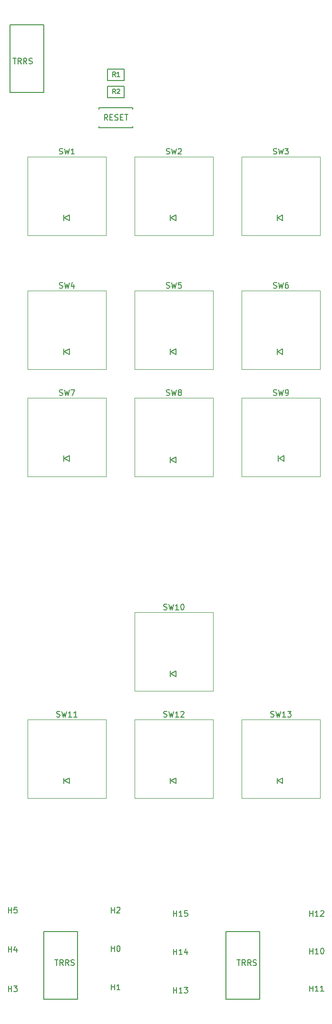
<source format=gto>
G04 #@! TF.GenerationSoftware,KiCad,Pcbnew,(5.1.8)-1*
G04 #@! TF.CreationDate,2021-12-18T13:29:49+09:00*
G04 #@! TF.ProjectId,keyboard-layouter-playground,6b657962-6f61-4726-942d-6c61796f7574,rev?*
G04 #@! TF.SameCoordinates,Original*
G04 #@! TF.FileFunction,Legend,Top*
G04 #@! TF.FilePolarity,Positive*
%FSLAX46Y46*%
G04 Gerber Fmt 4.6, Leading zero omitted, Abs format (unit mm)*
G04 Created by KiCad (PCBNEW (5.1.8)-1) date 2021-12-18 13:29:49*
%MOMM*%
%LPD*%
G01*
G04 APERTURE LIST*
%ADD10C,0.150000*%
%ADD11C,0.120000*%
G04 APERTURE END LIST*
D10*
X63833000Y-259322800D02*
X63833000Y-271322800D01*
X57833000Y-259322800D02*
X63833000Y-259322800D01*
X57833000Y-271322800D02*
X57833000Y-259322800D01*
X63833000Y-271322800D02*
X57833000Y-271322800D01*
X31397200Y-259297400D02*
X31397200Y-271297400D01*
X25397200Y-259297400D02*
X31397200Y-259297400D01*
X25397200Y-271297400D02*
X25397200Y-259297400D01*
X31397200Y-271297400D02*
X25397200Y-271297400D01*
D11*
X60638000Y-121599000D02*
X74608000Y-121599000D01*
X74608000Y-121599000D02*
X74608000Y-135569000D01*
X74608000Y-135569000D02*
X60638000Y-135569000D01*
X60638000Y-135569000D02*
X60638000Y-121599000D01*
D10*
X39753540Y-109108240D02*
X36751260Y-109108240D01*
X39753540Y-111109760D02*
X39753540Y-109108240D01*
X36751260Y-111109760D02*
X39753540Y-111109760D01*
X36751260Y-109108240D02*
X36751260Y-111109760D01*
X39753540Y-106085640D02*
X36751260Y-106085640D01*
X39753540Y-108087160D02*
X39753540Y-106085640D01*
X36751260Y-108087160D02*
X39753540Y-108087160D01*
X36751260Y-106085640D02*
X36751260Y-108087160D01*
X66938000Y-232004000D02*
X66938000Y-233004000D01*
X67938000Y-233004000D02*
X67038000Y-232504000D01*
X67938000Y-232004000D02*
X67938000Y-233004000D01*
X67038000Y-232504000D02*
X67938000Y-232004000D01*
X47938000Y-232004000D02*
X47938000Y-233004000D01*
X48938000Y-233004000D02*
X48038000Y-232504000D01*
X48938000Y-232004000D02*
X48938000Y-233004000D01*
X48038000Y-232504000D02*
X48938000Y-232004000D01*
X28938000Y-232004000D02*
X28938000Y-233004000D01*
X29938000Y-233004000D02*
X29038000Y-232504000D01*
X29938000Y-232004000D02*
X29938000Y-233004000D01*
X29038000Y-232504000D02*
X29938000Y-232004000D01*
X47938000Y-213004000D02*
X47938000Y-214004000D01*
X48938000Y-214004000D02*
X48038000Y-213504000D01*
X48938000Y-213004000D02*
X48938000Y-214004000D01*
X48038000Y-213504000D02*
X48938000Y-213004000D01*
X67188000Y-174754000D02*
X67188000Y-175754000D01*
X68188000Y-175754000D02*
X67288000Y-175254000D01*
X68188000Y-174754000D02*
X68188000Y-175754000D01*
X67288000Y-175254000D02*
X68188000Y-174754000D01*
X47938000Y-175004000D02*
X47938000Y-176004000D01*
X48938000Y-176004000D02*
X48038000Y-175504000D01*
X48938000Y-175004000D02*
X48938000Y-176004000D01*
X48038000Y-175504000D02*
X48938000Y-175004000D01*
X28938000Y-174754000D02*
X28938000Y-175754000D01*
X29938000Y-175754000D02*
X29038000Y-175254000D01*
X29938000Y-174754000D02*
X29938000Y-175754000D01*
X29038000Y-175254000D02*
X29938000Y-174754000D01*
X66938000Y-155754000D02*
X66938000Y-156754000D01*
X67938000Y-156754000D02*
X67038000Y-156254000D01*
X67938000Y-155754000D02*
X67938000Y-156754000D01*
X67038000Y-156254000D02*
X67938000Y-155754000D01*
X47938000Y-155754000D02*
X47938000Y-156754000D01*
X48938000Y-156754000D02*
X48038000Y-156254000D01*
X48938000Y-155754000D02*
X48938000Y-156754000D01*
X48038000Y-156254000D02*
X48938000Y-155754000D01*
X28938000Y-155754000D02*
X28938000Y-156754000D01*
X29938000Y-156754000D02*
X29038000Y-156254000D01*
X29938000Y-155754000D02*
X29938000Y-156754000D01*
X29038000Y-156254000D02*
X29938000Y-155754000D01*
X66938000Y-132004000D02*
X66938000Y-133004000D01*
X67938000Y-133004000D02*
X67038000Y-132504000D01*
X67938000Y-132004000D02*
X67938000Y-133004000D01*
X67038000Y-132504000D02*
X67938000Y-132004000D01*
X47938000Y-132004000D02*
X47938000Y-133004000D01*
X48938000Y-133004000D02*
X48038000Y-132504000D01*
X48938000Y-132004000D02*
X48938000Y-133004000D01*
X48038000Y-132504000D02*
X48938000Y-132004000D01*
X28938000Y-132004000D02*
X28938000Y-133004000D01*
X29938000Y-133004000D02*
X29038000Y-132504000D01*
X29938000Y-132004000D02*
X29938000Y-133004000D01*
X29038000Y-132504000D02*
X29938000Y-132004000D01*
X19427800Y-110209800D02*
X19427800Y-98209800D01*
X25427800Y-110209800D02*
X19427800Y-110209800D01*
X25427800Y-98209800D02*
X25427800Y-110209800D01*
X19427800Y-98209800D02*
X25427800Y-98209800D01*
X41227000Y-112931000D02*
X35227000Y-112931000D01*
X35227000Y-112931000D02*
X35227000Y-113181000D01*
X41227000Y-112931000D02*
X41227000Y-113181000D01*
X41227000Y-116431000D02*
X41227000Y-116181000D01*
X41227000Y-116431000D02*
X35227000Y-116431000D01*
X35227000Y-116431000D02*
X35227000Y-116181000D01*
D11*
X41588000Y-221611000D02*
X55558000Y-221611000D01*
X55558000Y-221611000D02*
X55558000Y-235581000D01*
X55558000Y-235581000D02*
X41588000Y-235581000D01*
X41588000Y-235581000D02*
X41588000Y-221611000D01*
X22538000Y-221611000D02*
X36508000Y-221611000D01*
X36508000Y-221611000D02*
X36508000Y-235581000D01*
X36508000Y-235581000D02*
X22538000Y-235581000D01*
X22538000Y-235581000D02*
X22538000Y-221611000D01*
X41588000Y-202561000D02*
X55558000Y-202561000D01*
X55558000Y-202561000D02*
X55558000Y-216531000D01*
X55558000Y-216531000D02*
X41588000Y-216531000D01*
X41588000Y-216531000D02*
X41588000Y-202561000D01*
X60638000Y-221611000D02*
X74608000Y-221611000D01*
X74608000Y-221611000D02*
X74608000Y-235581000D01*
X74608000Y-235581000D02*
X60638000Y-235581000D01*
X60638000Y-235581000D02*
X60638000Y-221611000D01*
X60638000Y-164461000D02*
X74608000Y-164461000D01*
X74608000Y-164461000D02*
X74608000Y-178431000D01*
X74608000Y-178431000D02*
X60638000Y-178431000D01*
X60638000Y-178431000D02*
X60638000Y-164461000D01*
X41588000Y-164461000D02*
X55558000Y-164461000D01*
X55558000Y-164461000D02*
X55558000Y-178431000D01*
X55558000Y-178431000D02*
X41588000Y-178431000D01*
X41588000Y-178431000D02*
X41588000Y-164461000D01*
X22538000Y-145411000D02*
X36508000Y-145411000D01*
X36508000Y-145411000D02*
X36508000Y-159381000D01*
X36508000Y-159381000D02*
X22538000Y-159381000D01*
X22538000Y-159381000D02*
X22538000Y-145411000D01*
X60638000Y-145411000D02*
X74608000Y-145411000D01*
X74608000Y-145411000D02*
X74608000Y-159381000D01*
X74608000Y-159381000D02*
X60638000Y-159381000D01*
X60638000Y-159381000D02*
X60638000Y-145411000D01*
X41588000Y-145411000D02*
X55558000Y-145411000D01*
X55558000Y-145411000D02*
X55558000Y-159381000D01*
X55558000Y-159381000D02*
X41588000Y-159381000D01*
X41588000Y-159381000D02*
X41588000Y-145411000D01*
X41588000Y-121599000D02*
X55558000Y-121599000D01*
X55558000Y-121599000D02*
X55558000Y-135569000D01*
X55558000Y-135569000D02*
X41588000Y-135569000D01*
X41588000Y-135569000D02*
X41588000Y-121599000D01*
X22538000Y-121599000D02*
X36508000Y-121599000D01*
X36508000Y-121599000D02*
X36508000Y-135569000D01*
X36508000Y-135569000D02*
X22538000Y-135569000D01*
X22538000Y-135569000D02*
X22538000Y-121599000D01*
X22538000Y-164461000D02*
X36508000Y-164461000D01*
X36508000Y-164461000D02*
X36508000Y-178431000D01*
X36508000Y-178431000D02*
X22538000Y-178431000D01*
X22538000Y-178431000D02*
X22538000Y-164461000D01*
D10*
X59821095Y-264325180D02*
X60392523Y-264325180D01*
X60106809Y-265325180D02*
X60106809Y-264325180D01*
X61297285Y-265325180D02*
X60963952Y-264848990D01*
X60725857Y-265325180D02*
X60725857Y-264325180D01*
X61106809Y-264325180D01*
X61202047Y-264372800D01*
X61249666Y-264420419D01*
X61297285Y-264515657D01*
X61297285Y-264658514D01*
X61249666Y-264753752D01*
X61202047Y-264801371D01*
X61106809Y-264848990D01*
X60725857Y-264848990D01*
X62297285Y-265325180D02*
X61963952Y-264848990D01*
X61725857Y-265325180D02*
X61725857Y-264325180D01*
X62106809Y-264325180D01*
X62202047Y-264372800D01*
X62249666Y-264420419D01*
X62297285Y-264515657D01*
X62297285Y-264658514D01*
X62249666Y-264753752D01*
X62202047Y-264801371D01*
X62106809Y-264848990D01*
X61725857Y-264848990D01*
X62678238Y-265277561D02*
X62821095Y-265325180D01*
X63059190Y-265325180D01*
X63154428Y-265277561D01*
X63202047Y-265229942D01*
X63249666Y-265134704D01*
X63249666Y-265039466D01*
X63202047Y-264944228D01*
X63154428Y-264896609D01*
X63059190Y-264848990D01*
X62868714Y-264801371D01*
X62773476Y-264753752D01*
X62725857Y-264706133D01*
X62678238Y-264610895D01*
X62678238Y-264515657D01*
X62725857Y-264420419D01*
X62773476Y-264372800D01*
X62868714Y-264325180D01*
X63106809Y-264325180D01*
X63249666Y-264372800D01*
X48495104Y-256590380D02*
X48495104Y-255590380D01*
X48495104Y-256066571D02*
X49066533Y-256066571D01*
X49066533Y-256590380D02*
X49066533Y-255590380D01*
X50066533Y-256590380D02*
X49495104Y-256590380D01*
X49780819Y-256590380D02*
X49780819Y-255590380D01*
X49685580Y-255733238D01*
X49590342Y-255828476D01*
X49495104Y-255876095D01*
X50971295Y-255590380D02*
X50495104Y-255590380D01*
X50447485Y-256066571D01*
X50495104Y-256018952D01*
X50590342Y-255971333D01*
X50828438Y-255971333D01*
X50923676Y-256018952D01*
X50971295Y-256066571D01*
X51018914Y-256161809D01*
X51018914Y-256399904D01*
X50971295Y-256495142D01*
X50923676Y-256542761D01*
X50828438Y-256590380D01*
X50590342Y-256590380D01*
X50495104Y-256542761D01*
X50447485Y-256495142D01*
X48495104Y-263395380D02*
X48495104Y-262395380D01*
X48495104Y-262871571D02*
X49066533Y-262871571D01*
X49066533Y-263395380D02*
X49066533Y-262395380D01*
X50066533Y-263395380D02*
X49495104Y-263395380D01*
X49780819Y-263395380D02*
X49780819Y-262395380D01*
X49685580Y-262538238D01*
X49590342Y-262633476D01*
X49495104Y-262681095D01*
X50923676Y-262728714D02*
X50923676Y-263395380D01*
X50685580Y-262347761D02*
X50447485Y-263062047D01*
X51066533Y-263062047D01*
X48495104Y-270200381D02*
X48495104Y-269200381D01*
X48495104Y-269676572D02*
X49066533Y-269676572D01*
X49066533Y-270200381D02*
X49066533Y-269200381D01*
X50066533Y-270200381D02*
X49495104Y-270200381D01*
X49780819Y-270200381D02*
X49780819Y-269200381D01*
X49685580Y-269343239D01*
X49590342Y-269438477D01*
X49495104Y-269486096D01*
X50399866Y-269200381D02*
X51018914Y-269200381D01*
X50685580Y-269581334D01*
X50828438Y-269581334D01*
X50923676Y-269628953D01*
X50971295Y-269676572D01*
X51018914Y-269771810D01*
X51018914Y-270009905D01*
X50971295Y-270105143D01*
X50923676Y-270152762D01*
X50828438Y-270200381D01*
X50542723Y-270200381D01*
X50447485Y-270152762D01*
X50399866Y-270105143D01*
X72726704Y-256590380D02*
X72726704Y-255590380D01*
X72726704Y-256066571D02*
X73298133Y-256066571D01*
X73298133Y-256590380D02*
X73298133Y-255590380D01*
X74298133Y-256590380D02*
X73726704Y-256590380D01*
X74012419Y-256590380D02*
X74012419Y-255590380D01*
X73917180Y-255733238D01*
X73821942Y-255828476D01*
X73726704Y-255876095D01*
X74679085Y-255685619D02*
X74726704Y-255638000D01*
X74821942Y-255590380D01*
X75060038Y-255590380D01*
X75155276Y-255638000D01*
X75202895Y-255685619D01*
X75250514Y-255780857D01*
X75250514Y-255876095D01*
X75202895Y-256018952D01*
X74631466Y-256590380D01*
X75250514Y-256590380D01*
X72726704Y-269925380D02*
X72726704Y-268925380D01*
X72726704Y-269401571D02*
X73298133Y-269401571D01*
X73298133Y-269925380D02*
X73298133Y-268925380D01*
X74298133Y-269925380D02*
X73726704Y-269925380D01*
X74012419Y-269925380D02*
X74012419Y-268925380D01*
X73917180Y-269068238D01*
X73821942Y-269163476D01*
X73726704Y-269211095D01*
X75250514Y-269925380D02*
X74679085Y-269925380D01*
X74964800Y-269925380D02*
X74964800Y-268925380D01*
X74869561Y-269068238D01*
X74774323Y-269163476D01*
X74679085Y-269211095D01*
X72726704Y-263257880D02*
X72726704Y-262257880D01*
X72726704Y-262734071D02*
X73298133Y-262734071D01*
X73298133Y-263257880D02*
X73298133Y-262257880D01*
X74298133Y-263257880D02*
X73726704Y-263257880D01*
X74012419Y-263257880D02*
X74012419Y-262257880D01*
X73917180Y-262400738D01*
X73821942Y-262495976D01*
X73726704Y-262543595D01*
X74917180Y-262257880D02*
X75012419Y-262257880D01*
X75107657Y-262305500D01*
X75155276Y-262353119D01*
X75202895Y-262448357D01*
X75250514Y-262638833D01*
X75250514Y-262876928D01*
X75202895Y-263067404D01*
X75155276Y-263162642D01*
X75107657Y-263210261D01*
X75012419Y-263257880D01*
X74917180Y-263257880D01*
X74821942Y-263210261D01*
X74774323Y-263162642D01*
X74726704Y-263067404D01*
X74679085Y-262876928D01*
X74679085Y-262638833D01*
X74726704Y-262448357D01*
X74774323Y-262353119D01*
X74821942Y-262305500D01*
X74917180Y-262257880D01*
X27385295Y-264299780D02*
X27956723Y-264299780D01*
X27671009Y-265299780D02*
X27671009Y-264299780D01*
X28861485Y-265299780D02*
X28528152Y-264823590D01*
X28290057Y-265299780D02*
X28290057Y-264299780D01*
X28671009Y-264299780D01*
X28766247Y-264347400D01*
X28813866Y-264395019D01*
X28861485Y-264490257D01*
X28861485Y-264633114D01*
X28813866Y-264728352D01*
X28766247Y-264775971D01*
X28671009Y-264823590D01*
X28290057Y-264823590D01*
X29861485Y-265299780D02*
X29528152Y-264823590D01*
X29290057Y-265299780D02*
X29290057Y-264299780D01*
X29671009Y-264299780D01*
X29766247Y-264347400D01*
X29813866Y-264395019D01*
X29861485Y-264490257D01*
X29861485Y-264633114D01*
X29813866Y-264728352D01*
X29766247Y-264775971D01*
X29671009Y-264823590D01*
X29290057Y-264823590D01*
X30242438Y-265252161D02*
X30385295Y-265299780D01*
X30623390Y-265299780D01*
X30718628Y-265252161D01*
X30766247Y-265204542D01*
X30813866Y-265109304D01*
X30813866Y-265014066D01*
X30766247Y-264918828D01*
X30718628Y-264871209D01*
X30623390Y-264823590D01*
X30432914Y-264775971D01*
X30337676Y-264728352D01*
X30290057Y-264680733D01*
X30242438Y-264585495D01*
X30242438Y-264490257D01*
X30290057Y-264395019D01*
X30337676Y-264347400D01*
X30432914Y-264299780D01*
X30671009Y-264299780D01*
X30813866Y-264347400D01*
X19100895Y-255980780D02*
X19100895Y-254980780D01*
X19100895Y-255456971D02*
X19672323Y-255456971D01*
X19672323Y-255980780D02*
X19672323Y-254980780D01*
X20624704Y-254980780D02*
X20148514Y-254980780D01*
X20100895Y-255456971D01*
X20148514Y-255409352D01*
X20243752Y-255361733D01*
X20481847Y-255361733D01*
X20577085Y-255409352D01*
X20624704Y-255456971D01*
X20672323Y-255552209D01*
X20672323Y-255790304D01*
X20624704Y-255885542D01*
X20577085Y-255933161D01*
X20481847Y-255980780D01*
X20243752Y-255980780D01*
X20148514Y-255933161D01*
X20100895Y-255885542D01*
X19100895Y-262965780D02*
X19100895Y-261965780D01*
X19100895Y-262441971D02*
X19672323Y-262441971D01*
X19672323Y-262965780D02*
X19672323Y-261965780D01*
X20577085Y-262299114D02*
X20577085Y-262965780D01*
X20338990Y-261918161D02*
X20100895Y-262632447D01*
X20719942Y-262632447D01*
X19100895Y-269950780D02*
X19100895Y-268950780D01*
X19100895Y-269426971D02*
X19672323Y-269426971D01*
X19672323Y-269950780D02*
X19672323Y-268950780D01*
X20053276Y-268950780D02*
X20672323Y-268950780D01*
X20338990Y-269331733D01*
X20481847Y-269331733D01*
X20577085Y-269379352D01*
X20624704Y-269426971D01*
X20672323Y-269522209D01*
X20672323Y-269760304D01*
X20624704Y-269855542D01*
X20577085Y-269903161D01*
X20481847Y-269950780D01*
X20196133Y-269950780D01*
X20100895Y-269903161D01*
X20053276Y-269855542D01*
X37414295Y-255980780D02*
X37414295Y-254980780D01*
X37414295Y-255456971D02*
X37985723Y-255456971D01*
X37985723Y-255980780D02*
X37985723Y-254980780D01*
X38414295Y-255076019D02*
X38461914Y-255028400D01*
X38557152Y-254980780D01*
X38795247Y-254980780D01*
X38890485Y-255028400D01*
X38938104Y-255076019D01*
X38985723Y-255171257D01*
X38985723Y-255266495D01*
X38938104Y-255409352D01*
X38366676Y-255980780D01*
X38985723Y-255980780D01*
X37414295Y-269675779D02*
X37414295Y-268675779D01*
X37414295Y-269151970D02*
X37985723Y-269151970D01*
X37985723Y-269675779D02*
X37985723Y-268675779D01*
X38985723Y-269675779D02*
X38414295Y-269675779D01*
X38700009Y-269675779D02*
X38700009Y-268675779D01*
X38604771Y-268818637D01*
X38509533Y-268913875D01*
X38414295Y-268961494D01*
X37414295Y-262828280D02*
X37414295Y-261828280D01*
X37414295Y-262304471D02*
X37985723Y-262304471D01*
X37985723Y-262828280D02*
X37985723Y-261828280D01*
X38652390Y-261828280D02*
X38747628Y-261828280D01*
X38842866Y-261875900D01*
X38890485Y-261923519D01*
X38938104Y-262018757D01*
X38985723Y-262209233D01*
X38985723Y-262447328D01*
X38938104Y-262637804D01*
X38890485Y-262733042D01*
X38842866Y-262780661D01*
X38747628Y-262828280D01*
X38652390Y-262828280D01*
X38557152Y-262780661D01*
X38509533Y-262733042D01*
X38461914Y-262637804D01*
X38414295Y-262447328D01*
X38414295Y-262209233D01*
X38461914Y-262018757D01*
X38509533Y-261923519D01*
X38557152Y-261875900D01*
X38652390Y-261828280D01*
X66289666Y-121114761D02*
X66432523Y-121162380D01*
X66670619Y-121162380D01*
X66765857Y-121114761D01*
X66813476Y-121067142D01*
X66861095Y-120971904D01*
X66861095Y-120876666D01*
X66813476Y-120781428D01*
X66765857Y-120733809D01*
X66670619Y-120686190D01*
X66480142Y-120638571D01*
X66384904Y-120590952D01*
X66337285Y-120543333D01*
X66289666Y-120448095D01*
X66289666Y-120352857D01*
X66337285Y-120257619D01*
X66384904Y-120210000D01*
X66480142Y-120162380D01*
X66718238Y-120162380D01*
X66861095Y-120210000D01*
X67194428Y-120162380D02*
X67432523Y-121162380D01*
X67623000Y-120448095D01*
X67813476Y-121162380D01*
X68051571Y-120162380D01*
X68337285Y-120162380D02*
X68956333Y-120162380D01*
X68623000Y-120543333D01*
X68765857Y-120543333D01*
X68861095Y-120590952D01*
X68908714Y-120638571D01*
X68956333Y-120733809D01*
X68956333Y-120971904D01*
X68908714Y-121067142D01*
X68861095Y-121114761D01*
X68765857Y-121162380D01*
X68480142Y-121162380D01*
X68384904Y-121114761D01*
X68337285Y-121067142D01*
X38166933Y-110396695D02*
X37896000Y-110009647D01*
X37702476Y-110396695D02*
X37702476Y-109583895D01*
X38012114Y-109583895D01*
X38089523Y-109622600D01*
X38128228Y-109661304D01*
X38166933Y-109738714D01*
X38166933Y-109854828D01*
X38128228Y-109932238D01*
X38089523Y-109970942D01*
X38012114Y-110009647D01*
X37702476Y-110009647D01*
X38476571Y-109661304D02*
X38515276Y-109622600D01*
X38592685Y-109583895D01*
X38786209Y-109583895D01*
X38863619Y-109622600D01*
X38902323Y-109661304D01*
X38941028Y-109738714D01*
X38941028Y-109816123D01*
X38902323Y-109932238D01*
X38437866Y-110396695D01*
X38941028Y-110396695D01*
X38166933Y-107374095D02*
X37896000Y-106987047D01*
X37702476Y-107374095D02*
X37702476Y-106561295D01*
X38012114Y-106561295D01*
X38089523Y-106600000D01*
X38128228Y-106638704D01*
X38166933Y-106716114D01*
X38166933Y-106832228D01*
X38128228Y-106909638D01*
X38089523Y-106948342D01*
X38012114Y-106987047D01*
X37702476Y-106987047D01*
X38941028Y-107374095D02*
X38476571Y-107374095D01*
X38708800Y-107374095D02*
X38708800Y-106561295D01*
X38631390Y-106677409D01*
X38553980Y-106754819D01*
X38476571Y-106793523D01*
X19915895Y-104112180D02*
X20487323Y-104112180D01*
X20201609Y-105112180D02*
X20201609Y-104112180D01*
X21392085Y-105112180D02*
X21058752Y-104635990D01*
X20820657Y-105112180D02*
X20820657Y-104112180D01*
X21201609Y-104112180D01*
X21296847Y-104159800D01*
X21344466Y-104207419D01*
X21392085Y-104302657D01*
X21392085Y-104445514D01*
X21344466Y-104540752D01*
X21296847Y-104588371D01*
X21201609Y-104635990D01*
X20820657Y-104635990D01*
X22392085Y-105112180D02*
X22058752Y-104635990D01*
X21820657Y-105112180D02*
X21820657Y-104112180D01*
X22201609Y-104112180D01*
X22296847Y-104159800D01*
X22344466Y-104207419D01*
X22392085Y-104302657D01*
X22392085Y-104445514D01*
X22344466Y-104540752D01*
X22296847Y-104588371D01*
X22201609Y-104635990D01*
X21820657Y-104635990D01*
X22773038Y-105064561D02*
X22915895Y-105112180D01*
X23153990Y-105112180D01*
X23249228Y-105064561D01*
X23296847Y-105016942D01*
X23344466Y-104921704D01*
X23344466Y-104826466D01*
X23296847Y-104731228D01*
X23249228Y-104683609D01*
X23153990Y-104635990D01*
X22963514Y-104588371D01*
X22868276Y-104540752D01*
X22820657Y-104493133D01*
X22773038Y-104397895D01*
X22773038Y-104302657D01*
X22820657Y-104207419D01*
X22868276Y-104159800D01*
X22963514Y-104112180D01*
X23201609Y-104112180D01*
X23344466Y-104159800D01*
X36774619Y-115133380D02*
X36441285Y-114657190D01*
X36203190Y-115133380D02*
X36203190Y-114133380D01*
X36584142Y-114133380D01*
X36679380Y-114181000D01*
X36727000Y-114228619D01*
X36774619Y-114323857D01*
X36774619Y-114466714D01*
X36727000Y-114561952D01*
X36679380Y-114609571D01*
X36584142Y-114657190D01*
X36203190Y-114657190D01*
X37203190Y-114609571D02*
X37536523Y-114609571D01*
X37679380Y-115133380D02*
X37203190Y-115133380D01*
X37203190Y-114133380D01*
X37679380Y-114133380D01*
X38060333Y-115085761D02*
X38203190Y-115133380D01*
X38441285Y-115133380D01*
X38536523Y-115085761D01*
X38584142Y-115038142D01*
X38631761Y-114942904D01*
X38631761Y-114847666D01*
X38584142Y-114752428D01*
X38536523Y-114704809D01*
X38441285Y-114657190D01*
X38250809Y-114609571D01*
X38155571Y-114561952D01*
X38107952Y-114514333D01*
X38060333Y-114419095D01*
X38060333Y-114323857D01*
X38107952Y-114228619D01*
X38155571Y-114181000D01*
X38250809Y-114133380D01*
X38488904Y-114133380D01*
X38631761Y-114181000D01*
X39060333Y-114609571D02*
X39393666Y-114609571D01*
X39536523Y-115133380D02*
X39060333Y-115133380D01*
X39060333Y-114133380D01*
X39536523Y-114133380D01*
X39822238Y-114133380D02*
X40393666Y-114133380D01*
X40107952Y-115133380D02*
X40107952Y-114133380D01*
X46763476Y-221126761D02*
X46906333Y-221174380D01*
X47144428Y-221174380D01*
X47239666Y-221126761D01*
X47287285Y-221079142D01*
X47334904Y-220983904D01*
X47334904Y-220888666D01*
X47287285Y-220793428D01*
X47239666Y-220745809D01*
X47144428Y-220698190D01*
X46953952Y-220650571D01*
X46858714Y-220602952D01*
X46811095Y-220555333D01*
X46763476Y-220460095D01*
X46763476Y-220364857D01*
X46811095Y-220269619D01*
X46858714Y-220222000D01*
X46953952Y-220174380D01*
X47192047Y-220174380D01*
X47334904Y-220222000D01*
X47668238Y-220174380D02*
X47906333Y-221174380D01*
X48096809Y-220460095D01*
X48287285Y-221174380D01*
X48525380Y-220174380D01*
X49430142Y-221174380D02*
X48858714Y-221174380D01*
X49144428Y-221174380D02*
X49144428Y-220174380D01*
X49049190Y-220317238D01*
X48953952Y-220412476D01*
X48858714Y-220460095D01*
X49811095Y-220269619D02*
X49858714Y-220222000D01*
X49953952Y-220174380D01*
X50192047Y-220174380D01*
X50287285Y-220222000D01*
X50334904Y-220269619D01*
X50382523Y-220364857D01*
X50382523Y-220460095D01*
X50334904Y-220602952D01*
X49763476Y-221174380D01*
X50382523Y-221174380D01*
X27713476Y-221126761D02*
X27856333Y-221174380D01*
X28094428Y-221174380D01*
X28189666Y-221126761D01*
X28237285Y-221079142D01*
X28284904Y-220983904D01*
X28284904Y-220888666D01*
X28237285Y-220793428D01*
X28189666Y-220745809D01*
X28094428Y-220698190D01*
X27903952Y-220650571D01*
X27808714Y-220602952D01*
X27761095Y-220555333D01*
X27713476Y-220460095D01*
X27713476Y-220364857D01*
X27761095Y-220269619D01*
X27808714Y-220222000D01*
X27903952Y-220174380D01*
X28142047Y-220174380D01*
X28284904Y-220222000D01*
X28618238Y-220174380D02*
X28856333Y-221174380D01*
X29046809Y-220460095D01*
X29237285Y-221174380D01*
X29475380Y-220174380D01*
X30380142Y-221174380D02*
X29808714Y-221174380D01*
X30094428Y-221174380D02*
X30094428Y-220174380D01*
X29999190Y-220317238D01*
X29903952Y-220412476D01*
X29808714Y-220460095D01*
X31332523Y-221174380D02*
X30761095Y-221174380D01*
X31046809Y-221174380D02*
X31046809Y-220174380D01*
X30951571Y-220317238D01*
X30856333Y-220412476D01*
X30761095Y-220460095D01*
X46763476Y-202076761D02*
X46906333Y-202124380D01*
X47144428Y-202124380D01*
X47239666Y-202076761D01*
X47287285Y-202029142D01*
X47334904Y-201933904D01*
X47334904Y-201838666D01*
X47287285Y-201743428D01*
X47239666Y-201695809D01*
X47144428Y-201648190D01*
X46953952Y-201600571D01*
X46858714Y-201552952D01*
X46811095Y-201505333D01*
X46763476Y-201410095D01*
X46763476Y-201314857D01*
X46811095Y-201219619D01*
X46858714Y-201172000D01*
X46953952Y-201124380D01*
X47192047Y-201124380D01*
X47334904Y-201172000D01*
X47668238Y-201124380D02*
X47906333Y-202124380D01*
X48096809Y-201410095D01*
X48287285Y-202124380D01*
X48525380Y-201124380D01*
X49430142Y-202124380D02*
X48858714Y-202124380D01*
X49144428Y-202124380D02*
X49144428Y-201124380D01*
X49049190Y-201267238D01*
X48953952Y-201362476D01*
X48858714Y-201410095D01*
X50049190Y-201124380D02*
X50144428Y-201124380D01*
X50239666Y-201172000D01*
X50287285Y-201219619D01*
X50334904Y-201314857D01*
X50382523Y-201505333D01*
X50382523Y-201743428D01*
X50334904Y-201933904D01*
X50287285Y-202029142D01*
X50239666Y-202076761D01*
X50144428Y-202124380D01*
X50049190Y-202124380D01*
X49953952Y-202076761D01*
X49906333Y-202029142D01*
X49858714Y-201933904D01*
X49811095Y-201743428D01*
X49811095Y-201505333D01*
X49858714Y-201314857D01*
X49906333Y-201219619D01*
X49953952Y-201172000D01*
X50049190Y-201124380D01*
X65813476Y-221126761D02*
X65956333Y-221174380D01*
X66194428Y-221174380D01*
X66289666Y-221126761D01*
X66337285Y-221079142D01*
X66384904Y-220983904D01*
X66384904Y-220888666D01*
X66337285Y-220793428D01*
X66289666Y-220745809D01*
X66194428Y-220698190D01*
X66003952Y-220650571D01*
X65908714Y-220602952D01*
X65861095Y-220555333D01*
X65813476Y-220460095D01*
X65813476Y-220364857D01*
X65861095Y-220269619D01*
X65908714Y-220222000D01*
X66003952Y-220174380D01*
X66242047Y-220174380D01*
X66384904Y-220222000D01*
X66718238Y-220174380D02*
X66956333Y-221174380D01*
X67146809Y-220460095D01*
X67337285Y-221174380D01*
X67575380Y-220174380D01*
X68480142Y-221174380D02*
X67908714Y-221174380D01*
X68194428Y-221174380D02*
X68194428Y-220174380D01*
X68099190Y-220317238D01*
X68003952Y-220412476D01*
X67908714Y-220460095D01*
X68813476Y-220174380D02*
X69432523Y-220174380D01*
X69099190Y-220555333D01*
X69242047Y-220555333D01*
X69337285Y-220602952D01*
X69384904Y-220650571D01*
X69432523Y-220745809D01*
X69432523Y-220983904D01*
X69384904Y-221079142D01*
X69337285Y-221126761D01*
X69242047Y-221174380D01*
X68956333Y-221174380D01*
X68861095Y-221126761D01*
X68813476Y-221079142D01*
X66289666Y-163976761D02*
X66432523Y-164024380D01*
X66670619Y-164024380D01*
X66765857Y-163976761D01*
X66813476Y-163929142D01*
X66861095Y-163833904D01*
X66861095Y-163738666D01*
X66813476Y-163643428D01*
X66765857Y-163595809D01*
X66670619Y-163548190D01*
X66480142Y-163500571D01*
X66384904Y-163452952D01*
X66337285Y-163405333D01*
X66289666Y-163310095D01*
X66289666Y-163214857D01*
X66337285Y-163119619D01*
X66384904Y-163072000D01*
X66480142Y-163024380D01*
X66718238Y-163024380D01*
X66861095Y-163072000D01*
X67194428Y-163024380D02*
X67432523Y-164024380D01*
X67623000Y-163310095D01*
X67813476Y-164024380D01*
X68051571Y-163024380D01*
X68480142Y-164024380D02*
X68670619Y-164024380D01*
X68765857Y-163976761D01*
X68813476Y-163929142D01*
X68908714Y-163786285D01*
X68956333Y-163595809D01*
X68956333Y-163214857D01*
X68908714Y-163119619D01*
X68861095Y-163072000D01*
X68765857Y-163024380D01*
X68575380Y-163024380D01*
X68480142Y-163072000D01*
X68432523Y-163119619D01*
X68384904Y-163214857D01*
X68384904Y-163452952D01*
X68432523Y-163548190D01*
X68480142Y-163595809D01*
X68575380Y-163643428D01*
X68765857Y-163643428D01*
X68861095Y-163595809D01*
X68908714Y-163548190D01*
X68956333Y-163452952D01*
X47239666Y-163976761D02*
X47382523Y-164024380D01*
X47620619Y-164024380D01*
X47715857Y-163976761D01*
X47763476Y-163929142D01*
X47811095Y-163833904D01*
X47811095Y-163738666D01*
X47763476Y-163643428D01*
X47715857Y-163595809D01*
X47620619Y-163548190D01*
X47430142Y-163500571D01*
X47334904Y-163452952D01*
X47287285Y-163405333D01*
X47239666Y-163310095D01*
X47239666Y-163214857D01*
X47287285Y-163119619D01*
X47334904Y-163072000D01*
X47430142Y-163024380D01*
X47668238Y-163024380D01*
X47811095Y-163072000D01*
X48144428Y-163024380D02*
X48382523Y-164024380D01*
X48573000Y-163310095D01*
X48763476Y-164024380D01*
X49001571Y-163024380D01*
X49525380Y-163452952D02*
X49430142Y-163405333D01*
X49382523Y-163357714D01*
X49334904Y-163262476D01*
X49334904Y-163214857D01*
X49382523Y-163119619D01*
X49430142Y-163072000D01*
X49525380Y-163024380D01*
X49715857Y-163024380D01*
X49811095Y-163072000D01*
X49858714Y-163119619D01*
X49906333Y-163214857D01*
X49906333Y-163262476D01*
X49858714Y-163357714D01*
X49811095Y-163405333D01*
X49715857Y-163452952D01*
X49525380Y-163452952D01*
X49430142Y-163500571D01*
X49382523Y-163548190D01*
X49334904Y-163643428D01*
X49334904Y-163833904D01*
X49382523Y-163929142D01*
X49430142Y-163976761D01*
X49525380Y-164024380D01*
X49715857Y-164024380D01*
X49811095Y-163976761D01*
X49858714Y-163929142D01*
X49906333Y-163833904D01*
X49906333Y-163643428D01*
X49858714Y-163548190D01*
X49811095Y-163500571D01*
X49715857Y-163452952D01*
X28189666Y-144926761D02*
X28332523Y-144974380D01*
X28570619Y-144974380D01*
X28665857Y-144926761D01*
X28713476Y-144879142D01*
X28761095Y-144783904D01*
X28761095Y-144688666D01*
X28713476Y-144593428D01*
X28665857Y-144545809D01*
X28570619Y-144498190D01*
X28380142Y-144450571D01*
X28284904Y-144402952D01*
X28237285Y-144355333D01*
X28189666Y-144260095D01*
X28189666Y-144164857D01*
X28237285Y-144069619D01*
X28284904Y-144022000D01*
X28380142Y-143974380D01*
X28618238Y-143974380D01*
X28761095Y-144022000D01*
X29094428Y-143974380D02*
X29332523Y-144974380D01*
X29523000Y-144260095D01*
X29713476Y-144974380D01*
X29951571Y-143974380D01*
X30761095Y-144307714D02*
X30761095Y-144974380D01*
X30523000Y-143926761D02*
X30284904Y-144641047D01*
X30903952Y-144641047D01*
X66289666Y-144926761D02*
X66432523Y-144974380D01*
X66670619Y-144974380D01*
X66765857Y-144926761D01*
X66813476Y-144879142D01*
X66861095Y-144783904D01*
X66861095Y-144688666D01*
X66813476Y-144593428D01*
X66765857Y-144545809D01*
X66670619Y-144498190D01*
X66480142Y-144450571D01*
X66384904Y-144402952D01*
X66337285Y-144355333D01*
X66289666Y-144260095D01*
X66289666Y-144164857D01*
X66337285Y-144069619D01*
X66384904Y-144022000D01*
X66480142Y-143974380D01*
X66718238Y-143974380D01*
X66861095Y-144022000D01*
X67194428Y-143974380D02*
X67432523Y-144974380D01*
X67623000Y-144260095D01*
X67813476Y-144974380D01*
X68051571Y-143974380D01*
X68861095Y-143974380D02*
X68670619Y-143974380D01*
X68575380Y-144022000D01*
X68527761Y-144069619D01*
X68432523Y-144212476D01*
X68384904Y-144402952D01*
X68384904Y-144783904D01*
X68432523Y-144879142D01*
X68480142Y-144926761D01*
X68575380Y-144974380D01*
X68765857Y-144974380D01*
X68861095Y-144926761D01*
X68908714Y-144879142D01*
X68956333Y-144783904D01*
X68956333Y-144545809D01*
X68908714Y-144450571D01*
X68861095Y-144402952D01*
X68765857Y-144355333D01*
X68575380Y-144355333D01*
X68480142Y-144402952D01*
X68432523Y-144450571D01*
X68384904Y-144545809D01*
X47239666Y-144926761D02*
X47382523Y-144974380D01*
X47620619Y-144974380D01*
X47715857Y-144926761D01*
X47763476Y-144879142D01*
X47811095Y-144783904D01*
X47811095Y-144688666D01*
X47763476Y-144593428D01*
X47715857Y-144545809D01*
X47620619Y-144498190D01*
X47430142Y-144450571D01*
X47334904Y-144402952D01*
X47287285Y-144355333D01*
X47239666Y-144260095D01*
X47239666Y-144164857D01*
X47287285Y-144069619D01*
X47334904Y-144022000D01*
X47430142Y-143974380D01*
X47668238Y-143974380D01*
X47811095Y-144022000D01*
X48144428Y-143974380D02*
X48382523Y-144974380D01*
X48573000Y-144260095D01*
X48763476Y-144974380D01*
X49001571Y-143974380D01*
X49858714Y-143974380D02*
X49382523Y-143974380D01*
X49334904Y-144450571D01*
X49382523Y-144402952D01*
X49477761Y-144355333D01*
X49715857Y-144355333D01*
X49811095Y-144402952D01*
X49858714Y-144450571D01*
X49906333Y-144545809D01*
X49906333Y-144783904D01*
X49858714Y-144879142D01*
X49811095Y-144926761D01*
X49715857Y-144974380D01*
X49477761Y-144974380D01*
X49382523Y-144926761D01*
X49334904Y-144879142D01*
X47239666Y-121114761D02*
X47382523Y-121162380D01*
X47620619Y-121162380D01*
X47715857Y-121114761D01*
X47763476Y-121067142D01*
X47811095Y-120971904D01*
X47811095Y-120876666D01*
X47763476Y-120781428D01*
X47715857Y-120733809D01*
X47620619Y-120686190D01*
X47430142Y-120638571D01*
X47334904Y-120590952D01*
X47287285Y-120543333D01*
X47239666Y-120448095D01*
X47239666Y-120352857D01*
X47287285Y-120257619D01*
X47334904Y-120210000D01*
X47430142Y-120162380D01*
X47668238Y-120162380D01*
X47811095Y-120210000D01*
X48144428Y-120162380D02*
X48382523Y-121162380D01*
X48573000Y-120448095D01*
X48763476Y-121162380D01*
X49001571Y-120162380D01*
X49334904Y-120257619D02*
X49382523Y-120210000D01*
X49477761Y-120162380D01*
X49715857Y-120162380D01*
X49811095Y-120210000D01*
X49858714Y-120257619D01*
X49906333Y-120352857D01*
X49906333Y-120448095D01*
X49858714Y-120590952D01*
X49287285Y-121162380D01*
X49906333Y-121162380D01*
X28189666Y-121114761D02*
X28332523Y-121162380D01*
X28570619Y-121162380D01*
X28665857Y-121114761D01*
X28713476Y-121067142D01*
X28761095Y-120971904D01*
X28761095Y-120876666D01*
X28713476Y-120781428D01*
X28665857Y-120733809D01*
X28570619Y-120686190D01*
X28380142Y-120638571D01*
X28284904Y-120590952D01*
X28237285Y-120543333D01*
X28189666Y-120448095D01*
X28189666Y-120352857D01*
X28237285Y-120257619D01*
X28284904Y-120210000D01*
X28380142Y-120162380D01*
X28618238Y-120162380D01*
X28761095Y-120210000D01*
X29094428Y-120162380D02*
X29332523Y-121162380D01*
X29523000Y-120448095D01*
X29713476Y-121162380D01*
X29951571Y-120162380D01*
X30856333Y-121162380D02*
X30284904Y-121162380D01*
X30570619Y-121162380D02*
X30570619Y-120162380D01*
X30475380Y-120305238D01*
X30380142Y-120400476D01*
X30284904Y-120448095D01*
X28189666Y-163976761D02*
X28332523Y-164024380D01*
X28570619Y-164024380D01*
X28665857Y-163976761D01*
X28713476Y-163929142D01*
X28761095Y-163833904D01*
X28761095Y-163738666D01*
X28713476Y-163643428D01*
X28665857Y-163595809D01*
X28570619Y-163548190D01*
X28380142Y-163500571D01*
X28284904Y-163452952D01*
X28237285Y-163405333D01*
X28189666Y-163310095D01*
X28189666Y-163214857D01*
X28237285Y-163119619D01*
X28284904Y-163072000D01*
X28380142Y-163024380D01*
X28618238Y-163024380D01*
X28761095Y-163072000D01*
X29094428Y-163024380D02*
X29332523Y-164024380D01*
X29523000Y-163310095D01*
X29713476Y-164024380D01*
X29951571Y-163024380D01*
X30237285Y-163024380D02*
X30903952Y-163024380D01*
X30475380Y-164024380D01*
M02*

</source>
